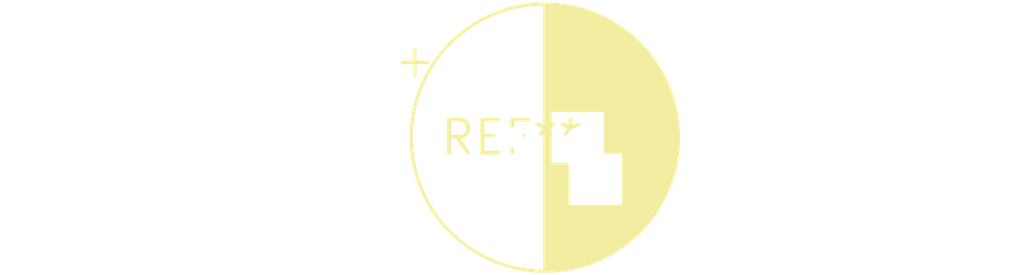
<source format=kicad_pcb>
(kicad_pcb (version 20240108) (generator pcbnew)
  (layers (0 "F.Cu" signal) (31 "B.Cu" signal) (34 "B.Paste" user) (35 "F.Paste" user) (36 "B.SilkS" user "B.Silkscreen") (37 "F.SilkS" user "F.Silkscreen") (38 "B.Mask" user) (39 "F.Mask" user) (44 "Edge.Cuts" user))
  (net 0 "")
  (footprint "CP_Radial_D10.0mm_P2.50mm_P5.00mm" (layer "F.Cu") (at 0 0)
    (property "Reference" "REF**")
    (property "Value" "CP_Radial_D10.0mm_P2.50mm_P5.00mm")
    (fp_line (start -4.229646 -2.875) (end -3.229646 -2.875) (layer "F.SilkS") (stroke (width 0.12)))
    (fp_line (start -3.729646 -3.375) (end -3.729646 -2.375) (layer "F.SilkS") (stroke (width 0.12)))
    (fp_line (start 1.25 -5.08) (end 1.25 5.08) (layer "F.SilkS") (stroke (width 0.12)))
    (fp_line (start 1.29 -5.08) (end 1.29 5.08) (layer "F.SilkS") (stroke (width 0.12)))
    (fp_line (start 1.33 -5.08) (end 1.33 5.08) (layer "F.SilkS") (stroke (width 0.12)))
    (fp_line (start 1.37 -5.079) (end 1.37 5.079) (layer "F.SilkS") (stroke (width 0.12)))
    (fp_line (start 1.41 -5.078) (end 1.41 5.078) (layer "F.SilkS") (stroke (width 0.12)))
    (fp_line (start 1.45 -5.077) (end 1.45 5.077) (layer "F.SilkS") (stroke (width 0.12)))
    (fp_line (start 1.49 -5.075) (end 1.49 -1.04) (layer "F.SilkS") (stroke (width 0.12)))
    (fp_line (start 1.49 1.04) (end 1.49 5.075) (layer "F.SilkS") (stroke (width 0.12)))
    (fp_line (start 1.53 -5.073) (end 1.53 -1.04) (layer "F.SilkS") (stroke (width 0.12)))
    (fp_line (start 1.53 1.04) (end 1.53 5.073) (layer "F.SilkS") (stroke (width 0.12)))
    (fp_line (start 1.57 -5.07) (end 1.57 -1.04) (layer "F.SilkS") (stroke (width 0.12)))
    (fp_line (start 1.57 1.04) (end 1.57 5.07) (layer "F.SilkS") (stroke (width 0.12)))
    (fp_line (start 1.61 -5.068) (end 1.61 -1.04) (layer "F.SilkS") (stroke (width 0.12)))
    (fp_line (start 1.61 1.04) (end 1.61 5.068) (layer "F.SilkS") (stroke (width 0.12)))
    (fp_line (start 1.65 -5.065) (end 1.65 -1.04) (layer "F.SilkS") (stroke (width 0.12)))
    (fp_line (start 1.65 1.04) (end 1.65 5.065) (layer "F.SilkS") (stroke (width 0.12)))
    (fp_line (start 1.69 -5.062) (end 1.69 -1.04) (layer "F.SilkS") (stroke (width 0.12)))
    (fp_line (start 1.69 1.04) (end 1.69 5.062) (layer "F.SilkS") (stroke (width 0.12)))
    (fp_line (start 1.73 -5.058) (end 1.73 -1.04) (layer "F.SilkS") (stroke (width 0.12)))
    (fp_line (start 1.73 1.04) (end 1.73 5.058) (layer "F.SilkS") (stroke (width 0.12)))
    (fp_line (start 1.77 -5.054) (end 1.77 -1.04) (layer "F.SilkS") (stroke (width 0.12)))
    (fp_line (start 1.77 1.04) (end 1.77 5.054) (layer "F.SilkS") (stroke (width 0.12)))
    (fp_line (start 1.81 -5.05) (end 1.81 -1.04) (layer "F.SilkS") (stroke (width 0.12)))
    (fp_line (start 1.81 1.04) (end 1.81 5.05) (layer "F.SilkS") (stroke (width 0.12)))
    (fp_line (start 1.85 -5.045) (end 1.85 -1.04) (layer "F.SilkS") (stroke (width 0.12)))
    (fp_line (start 1.85 1.04) (end 1.85 5.045) (layer "F.SilkS") (stroke (width 0.12)))
    (fp_line (start 1.89 -5.04) (end 1.89 -1.04) (layer "F.SilkS") (stroke (width 0.12)))
    (fp_line (start 1.89 1.04) (end 1.89 5.04) (layer "F.SilkS") (stroke (width 0.12)))
    (fp_line (start 1.93 -5.035) (end 1.93 -1.04) (layer "F.SilkS") (stroke (width 0.12)))
    (fp_line (start 1.93 1.04) (end 1.93 5.035) (layer "F.SilkS") (stroke (width 0.12)))
    (fp_line (start 1.971 -5.03) (end 1.971 -1.04) (layer "F.SilkS") (stroke (width 0.12)))
    (fp_line (start 1.971 1.04) (end 1.971 5.03) (layer "F.SilkS") (stroke (width 0.12)))
    (fp_line (start 2.011 -5.024) (end 2.011 -1.04) (layer "F.SilkS") (stroke (width 0.12)))
    (fp_line (start 2.011 1.04) (end 2.011 5.024) (layer "F.SilkS") (stroke (width 0.12)))
    (fp_line (start 2.051 -5.018) (end 2.051 -1.04) (layer "F.SilkS") (stroke (width 0.12)))
    (fp_line (start 2.051 1.04) (end 2.051 5.018) (layer "F.SilkS") (stroke (width 0.12)))
    (fp_line (start 2.091 -5.011) (end 2.091 -1.04) (layer "F.SilkS") (stroke (width 0.12)))
    (fp_line (start 2.091 1.04) (end 2.091 5.011) (layer "F.SilkS") (stroke (width 0.12)))
    (fp_line (start 2.131 -5.004) (end 2.131 -1.04) (layer "F.SilkS") (stroke (width 0.12)))
    (fp_line (start 2.131 1.04) (end 2.131 5.004) (layer "F.SilkS") (stroke (width 0.12)))
    (fp_line (start 2.171 -4.997) (end 2.171 -1.04) (layer "F.SilkS") (stroke (width 0.12)))
    (fp_line (start 2.171 2.64) (end 2.171 4.997) (layer "F.SilkS") (stroke (width 0.12)))
    (fp_line (start 2.211 -4.99) (end 2.211 -1.04) (layer "F.SilkS") (stroke (width 0.12)))
    (fp_line (start 2.211 2.64) (end 2.211 4.99) (layer "F.SilkS") (stroke (width 0.12)))
    (fp_line (start 2.251 -4.982) (end 2.251 -1.04) (layer "F.SilkS") (stroke (width 0.12)))
    (fp_line (start 2.251 2.64) (end 2.251 4.982) (layer "F.SilkS") (stroke (width 0.12)))
    (fp_line (start 2.291 -4.974) (end 2.291 -1.04) (layer "F.SilkS") (stroke (width 0.12)))
    (fp_line (start 2.291 2.64) (end 2.291 4.974) (layer "F.SilkS") (stroke (width 0.12)))
    (fp_line (start 2.331 -4.965) (end 2.331 -1.04) (layer "F.SilkS") (stroke (width 0.12)))
    (fp_line (start 2.331 2.64) (end 2.331 4.965) (layer "F.SilkS") (stroke (width 0.12)))
    (fp_line (start 2.371 -4.956) (end 2.371 -1.04) (layer "F.SilkS") (stroke (width 0.12)))
    (fp_line (start 2.371 2.64) (end 2.371 4.956) (layer "F.SilkS") (stroke (width 0.12)))
    (fp_line (start 2.411 -4.947) (end 2.411 -1.04) (layer "F.SilkS") (stroke (width 0.12)))
    (fp_line (start 2.411 2.64) (end 2.411 4.947) (layer "F.SilkS") (stroke (width 0.12)))
    (fp_line (start 2.451 -4.938) (end 2.451 -1.04) (layer "F.SilkS") (stroke (width 0.12)))
    (fp_line (start 2.451 2.64) (end 2.451 4.938) (layer "F.SilkS") (stroke (width 0.12)))
    (fp_line (start 2.491 -4.928) (end 2.491 -1.04) (layer "F.SilkS") (stroke (width 0.12)))
    (fp_line (start 2.491 2.64) (end 2.491 4.928) (layer "F.SilkS") (stroke (width 0.12)))
    (fp_line (start 2.531 -4.918) (end 2.531 -1.04) (layer "F.SilkS") (stroke (width 0.12)))
    (fp_line (start 2.531 2.64) (end 2.531 4.918) (layer "F.SilkS") (stroke (width 0.12)))
    (fp_line (start 2.571 -4.907) (end 2.571 -1.04) (layer "F.SilkS") (stroke (width 0.12)))
    (fp_line (start 2.571 2.64) (end 2.571 4.907) (layer "F.SilkS") (stroke (width 0.12)))
    (fp_line (start 2.611 -4.897) (end 2.611 -1.04) (layer "F.SilkS") (stroke (width 0.12)))
    (fp_line (start 2.611 2.64) (end 2.611 4.897) (layer "F.SilkS") (stroke (width 0.12)))
    (fp_line (start 2.651 -4.885) (end 2.651 -1.04) (layer "F.SilkS") (stroke (width 0.12)))
    (fp_line (start 2.651 2.64) (end 2.651 4.885) (layer "F.SilkS") (stroke (width 0.12)))
    (fp_line (start 2.691 -4.874) (end 2.691 -1.04) (layer "F.SilkS") (stroke (width 0.12)))
    (fp_line (start 2.691 2.64) (end 2.691 4.874) (layer "F.SilkS") (stroke (width 0.12)))
    (fp_line (start 2.731 -4.862) (end 2.731 -1.04) (layer "F.SilkS") (stroke (width 0.12)))
    (fp_line (start 2.731 2.64) (end 2.731 4.862) (layer "F.SilkS") (stroke (width 0.12)))
    (fp_line (start 2.771 -4.85) (end 2.771 -1.04) (layer "F.SilkS") (stroke (width 0.12)))
    (fp_line (start 2.771 2.64) (end 2.771 4.85) (layer "F.SilkS") (stroke (width 0.12)))
    (fp_line (start 2.811 -4.837) (end 2.811 -1.04) (layer "F.SilkS") (stroke (width 0.12)))
    (fp_line (start 2.811 2.64) (end 2.811 4.837) (layer "F.SilkS") (stroke (width 0.12)))
    (fp_line (start 2.851 -4.824) (end 2.851 -1.04) (layer "F.SilkS") (stroke (width 0.12)))
    (fp_line (start 2.851 2.64) (end 2.851 4.824) (layer "F.SilkS") (stroke (width 0.12)))
    (fp_line (start 2.891 -4.811) (end 2.891 -1.04) (layer "F.SilkS") (stroke (width 0.12)))
    (fp_line (start 2.891 2.64) (end 2.891 4.811) (layer "F.SilkS") (stroke (width 0.12)))
    (fp_line (start 2.931 -4.797) (end 2.931 -1.04) (layer "F.SilkS") (stroke (width 0.12)))
    (fp_line (start 2.931 2.64) (end 2.931 4.797) (layer "F.SilkS") (stroke (width 0.12)))
    (fp_line (start 2.971 -4.783) (end 2.971 -1.04) (layer "F.SilkS") (stroke (width 0.12)))
    (fp_line (start 2.971 2.64) (end 2.971 4.783) (layer "F.SilkS") (stroke (width 0.12)))
    (fp_line (start 3.011 -4.768) (end 3.011 -1.04) (layer "F.SilkS") (stroke (width 0.12)))
    (fp_line (start 3.011 2.64) (end 3.011 4.768) (layer "F.SilkS") (stroke (width 0.12)))
    (fp_line (start 3.051 -4.754) (end 3.051 -1.04) (layer "F.SilkS") (stroke (width 0.12)))
    (fp_line (start 3.051 2.64) (end 3.051 4.754) (layer "F.SilkS") (stroke (width 0.12)))
    (fp_line (start 3.091 -4.738) (end 3.091 -1.04) (layer "F.SilkS") (stroke (width 0.12)))
    (fp_line (start 3.091 2.64) (end 3.091 4.738) (layer "F.SilkS") (stroke (width 0.12)))
    (fp_line (start 3.131 -4.723) (end 3.131 -1.04) (layer "F.SilkS") (stroke (width 0.12)))
    (fp_line (start 3.131 2.64) (end 3.131 4.723) (layer "F.SilkS") (stroke (width 0.12)))
    (fp_line (start 3.171 -4.707) (end 3.171 -1.04) (layer "F.SilkS") (stroke (width 0.12)))
    (fp_line (start 3.171 2.64) (end 3.171 4.707) (layer "F.SilkS") (stroke (width 0.12)))
    (fp_line (start 3.211 -4.69) (end 3.211 -1.04) (layer "F.SilkS") (stroke (width 0.12)))
    (fp_line (start 3.211 2.64) (end 3.211 4.69) (layer "F.SilkS") (stroke (width 0.12)))
    (fp_line (start 3.251 -4.674) (end 3.251 -1.04) (layer "F.SilkS") (stroke (width 0.12)))
    (fp_line (start 3.251 2.64) (end 3.251 4.674) (layer "F.SilkS") (stroke (width 0.12)))
    (fp_line (start 3.291 -4.657) (end 3.291 -1.04) (layer "F.SilkS") (stroke (width 0.12)))
    (fp_line (start 3.291 2.64) (end 3.291 4.657) (layer "F.SilkS") (stroke (width 0.12)))
    (fp_line (start 3.331 -4.639) (end 3.331 -1.04) (layer "F.SilkS") (stroke (width 0.12)))
    (fp_line (start 3.331 2.64) (end 3.331 4.639) (layer "F.SilkS") (stroke (width 0.12)))
    (fp_line (start 3.371 -4.621) (end 3.371 -1.04) (layer "F.SilkS") (stroke (width 0.12)))
    (fp_line (start 3.371 2.64) (end 3.371 4.621) (layer "F.SilkS") (stroke (width 0.12)))
    (fp_line (start 3.411 -4.603) (end 3.411 -1.04) (layer "F.SilkS") (stroke (width 0.12)))
    (fp_line (start 3.411 2.64) (end 3.411 4.603) (layer "F.SilkS") (stroke (width 0.12)))
    (fp_line (start 3.451 -4.584) (end 3.451 -1.04) (layer "F.SilkS") (stroke (width 0.12)))
    (fp_line (start 3.451 2.64) (end 3.451 4.584) (layer "F.SilkS") (stroke (width 0.12)))
    (fp_line (start 3.491 -4.564) (end 3.491 -1.04) (layer "F.SilkS") (stroke (width 0.12)))
    (fp_line (start 3.491 2.64) (end 3.491 4.564) (layer "F.SilkS") (stroke (width 0.12)))
    (fp_line (start 3.531 -4.545) (end 3.531 -1.04) (layer "F.SilkS") (stroke (width 0.12)))
    (fp_line (start 3.531 2.64) (end 3.531 4.545) (layer "F.SilkS") (stroke (width 0.12)))
    (fp_line (start 3.571 -4.525) (end 3.571 0.56) (layer "F.SilkS") (stroke (width 0.12)))
    (fp_line (start 3.571 2.64) (end 3.571 4.525) (layer "F.SilkS") (stroke (width 0.12)))
    (fp_line (start 3.611 -4.504) (end 3.611 0.56) (layer "F.SilkS") (stroke (width 0.12)))
    (fp_line (start 3.611 2.64) (end 3.611 4.504) (layer "F.SilkS") (stroke (width 0.12)))
    (fp_line (start 3.651 -4.483) (end 3.651 0.56) (layer "F.SilkS") (stroke (width 0.12)))
    (fp_line (start 3.651 2.64) (end 3.651 4.483) (layer "F.SilkS") (stroke (width 0.12)))
    (fp_line (start 3.691 -4.462) (end 3.691 0.56) (layer "F.SilkS") (stroke (width 0.12)))
    (fp_line (start 3.691 2.64) (end 3.691 4.462) (layer "F.SilkS") (stroke (width 0.12)))
    (fp_line (start 3.731 -4.44) (end 3.731 0.56) (layer "F.SilkS") (stroke (width 0.12)))
    (fp_line (start 3.731 2.64) (end 3.731 4.44) (layer "F.SilkS") (stroke (width 0.12)))
    (fp_line (start 3.771 -4.417) (end 3.771 0.56) (layer "F.SilkS") (stroke (width 0.12)))
    (fp_line (start 3.771 2.64) (end 3.771 4.417) (layer "F.SilkS") (stroke (width 0.12)))
    (fp_line (start 3.811 -4.395) (end 3.811 0.56) (layer "F.SilkS") (stroke (width 0.12)))
    (fp_line (start 3.811 2.64) (end 3.811 4.395) (layer "F.SilkS") (stroke (width 0.12)))
    (fp_line (start 3.851 -4.371) (end 3.851 0.56) (layer "F.SilkS") (stroke (width 0.12)))
    (fp_line (start 3.851 2.64) (end 3.851 4.371) (layer "F.SilkS") (stroke (width 0.12)))
    (fp_line (start 3.891 -4.347) (end 3.891 0.56) (layer "F.SilkS") (stroke (width 0.12)))
    (fp_line (start 3.891 2.64) (end 3.891 4.347) (layer "F.SilkS") (stroke (width 0.12)))
    (fp_line (start 3.931 -4.323) (end 3.931 0.56) (layer "F.SilkS") (stroke (width 0.12)))
    (fp_line (start 3.931 2.64) (end 3.931 4.323) (layer "F.SilkS") (stroke (width 0.12)))
    (fp_line (start 3.971 -4.298) (end 3.971 0.56) (layer "F.SilkS") (stroke (width 0.12)))
    (fp_line (start 3.971 2.64) (end 3.971 4.298) (layer "F.SilkS") (stroke (width 0.12)))
    (fp_line (start 4.011 -4.273) (end 4.011 0.56) (layer "F.SilkS") (stroke (width 0.12)))
    (fp_line (start 4.011 2.64) (end 4.011 4.273) (layer "F.SilkS") (stroke (width 0.12)))
    (fp_line (start 4.051 -4.247) (end 4.051 0.56) (layer "F.SilkS") (stroke (width 0.12)))
    (fp_line (start 4.051 2.64) (end 4.051 4.247) (layer "F.SilkS") (stroke (width 0.12)))
    (fp_line (start 4.091 -4.221) (end 4.091 0.56) (layer "F.SilkS") (stroke (width 0.12)))
    (fp_line (start 4.091 2.64) (end 4.091 4.221) (layer "F.SilkS") (stroke (width 0.12)))
    (fp_line (start 4.131 -4.194) (end 4.131 0.56) (layer "F.SilkS") (stroke (width 0.12)))
    (fp_line (start 4.131 2.64) (end 4.131 4.194) (layer "F.SilkS") (stroke (width 0.12)))
    (fp_line (start 4.171 -4.166) (end 4.171 0.56) (layer "F.SilkS") (stroke (width 0.12)))
    (fp_line (start 4.171 2.64) (end 4.171 4.166) (layer "F.SilkS") (stroke (width 0.12)))
    (fp_line (start 4.211 -4.138) (end 4.211 0.56) (layer "F.SilkS") (stroke (width 0.12)))
    (fp_line (start 4.211 2.64) (end 4.211 4.138) (layer "F.SilkS") (stroke (width 0.12)))
    (fp_line (start 4.251 -4.11) (end 4.251 4.11) (layer "F.SilkS") (stroke (width 0.12)))
    (fp_line (start 4.291 -4.08) (end 4.291 4.08) (layer "F.SilkS") (stroke (width 0.12)))
    (fp_line (start 4.331 -4.05) (end 4.331 4.05) (layer "F.SilkS") (stroke (width 0.12)))
    (fp_line (start 4.371 -4.02) (end 4.371 4.02) (layer "F.SilkS") (stroke (width 0.12)))
    (fp_line (start 4.411 -3.989) (end 4.411 3.989) (layer "F.SilkS") (stroke (width 0.12)))
    (fp_line (start 4.451 -3.957) (end 4.451 3.957) (layer "F.SilkS") (stroke (width 0.12)))
    (fp_line (start 4.491 -3.925) (end 4.491 3.925) (layer "F.SilkS") (stroke (width 0.12)))
    (fp_line (start 4.531 -3.892) (end 4.531 3.892) (layer "F.SilkS") (stroke (width 0.12)))
    (fp_line (start 4.571 -3.858) (end 4.571 3.858) (layer "F.SilkS") (stroke (width 0.12)))
    (fp_line (start 4.611 -3.824) (end 4.611 3.824) (layer "F.SilkS") (stroke (width 0.12)))
    (fp_line (start 4.651 -3.789) (end 4.651 3.789) (layer "F.SilkS") (stroke (width 0.12)))
    (fp_line (start 4.691 -3.753) (end 4.691 3.753) (layer "F.SilkS") (stroke (width 0.12)))
    (fp_line (start 4.731 -3.716) (end 4.731 3.716) (layer "F.SilkS") (stroke (width 0.12)))
    (fp_line (start 4.771 -3.679) (end 4.771 3.679) (layer "F.SilkS") (stroke (width 0.12)))
    (fp_line (start 4.811 -3.64) (end 4.811 3.64) (layer "F.SilkS") (stroke (width 0.12)))
    (fp_line (start 4.851 -3.601) (end 4.851 3.601) (layer "F.SilkS") (stroke (width 0.12)))
    (fp_line (start 4.891 -3.561) (end 4.891 3.561) (layer "F.SilkS") (stroke (width 0.12)))
    (fp_line (start 4.931 -3.52) (end 4.931 3.52) (layer "F.SilkS") (stroke (width 0.12)))
    (fp_line (start 4.971 -3.478) (end 4.971 3.478) (layer "F.SilkS") (stroke (width 0.12)))
    (fp_line (start 5.011 -3.436) (end 5.011 3.436) (layer "F.SilkS") (stroke (width 0.12)))
    (fp_line (start 5.051 -3.392) (end 5.051 3.392) (layer "F.SilkS") (stroke (width 0.12)))
    (fp_line (start 5.091 -3.347) (end 5.091 3.347) (layer "F.SilkS") (stroke (width 0.12)))
    (fp_line (start 5.131 -3.301) (end 5.131 3.301) (layer "F.SilkS") (stroke (width 0.12)))
    (fp_line (start 5.171 -3.254) (end 5.171 3.254) (layer "F.SilkS") (stroke (width 0.12)))
    (fp_line (start 5.211 -3.206) (end 5.211 3.206) (layer "F.SilkS") (stroke (width 0.12)))
    (fp_line (start 5.251 -3.156) (end 5.251 3.156) (layer "F.SilkS") (stroke (width 0.12)))
    (fp_line (start 5.291 -3.106) (end 5.291 3.106) (layer "F.SilkS") (stroke (width 0.12)))
    (fp_line (start 5.331 -3.054) (end 5.331 3.054) (layer "F.SilkS") (stroke (width 0.12)))
    (fp_line (start 5.371 -3) (end 5.371 3) (layer "F.SilkS") (stroke (width 0.12)))
    (fp_line (start 5.411 -2.945) (end 5.411 2.945) (layer "F.SilkS") (stroke (width 0.12)))
    (fp_line (start 5.451 -2.889) (end 5.451 2.889) (layer "F.SilkS") (stroke (width 0.12)))
    (fp_line (start 5.491 -2.83) (end 5.491 2.83) (layer "F.SilkS") (stroke (width 0.12)))
    (fp_line (start 5.531 -2.77) (end 5.531 2.77) (layer "F.SilkS") (stroke (width 0.12)))
    (fp_line (start 5.571 -2.709) (end 5.571 2.709) (layer "F.SilkS") (stroke (width 0.12)))
    (fp_line (start 5.611 -2.645) (end 5.611 2.645) (layer "F.SilkS") (stroke (width 0.12)))
    (fp_line (start 5.651 -2.579) (end 5.651 2.579) (layer "F.SilkS") (stroke (width 0.12)))
    (fp_line (start 5.691 -2.51) (end 5.691 2.51) (layer "F.SilkS") (stroke (width 0.12)))
    (fp_line (start 5.731 -2.439) (end 5.731 2.439) (layer "F.SilkS") (stroke (width 0.12)))
    (fp_line (start 5.771 -2.365) (end 5.771 2.365) (layer "F.SilkS") (stroke (width 0.12)))
    (fp_line (start 5.811 -2.289) (end 5.811 2.289) (layer "F.SilkS") (stroke (width 0.12)))
    (fp_line (start 5.851 -2.209) (end 5.851 2.209) (layer "F.SilkS") (stroke (width 0.12)))
    (fp_line (start 5.891 -2.125) (end 5.891 2.125) (layer "F.SilkS") (stroke (width 0.12)))
    (fp_line (start 5.931 -2.037) (end 5.931 2.037) (layer "F.SilkS") (stroke (width 0.12)))
    (fp_line (start 5.971 -1.944) (end 5.971 1.944) (layer "F.SilkS") (stroke (width 0.12)))
    (fp_line (start 6.011 -1.846) (end 6.011 1.846) (layer "F.SilkS") (stroke (width 0.12)))
    (fp_line (start 6.051 -1.742) (end 6.051 1.742) (layer "F.SilkS") (stroke (width 0.12)))
    (fp_line (start 6.091 -1.63) (end 6.091 1.63) (layer "F.SilkS") (stroke (width 0.12)))
    (fp_line (start 6.131 -1.51) (end 6.131 1.51) (layer "F.SilkS") (stroke (width 0.12)))
    (fp_line (start 6.171 -1.378) (end 6.171 1.378) (layer "F.SilkS") (stroke (width 0.12)))
    (fp_line (start 6.211 -1.23) (end 6.211 1.23) (layer "F.SilkS") (stroke (width 0.12)))
    (fp_line (start 6.251 -1.062) (end 6.251 1.062) (layer "F.SilkS") (stroke (width 0.12)))
    (fp_line (start 6.291 -0.862) (end 6.291 0.862) (layer "F.SilkS") (stroke (width 0.12)))
    (fp_line (start 6.331 -0.599) (end 6.331 0.599) (layer "F.SilkS") (stroke (width 0.12)))
    (fp_circle (center 1.25 0) (end 6.37 0) (layer "F.SilkS") (stroke (width 0.12)) (fill none))
    (pad "1" thru_hole rect (at -0.670937 -1.6) (size 1.6 1.6) (drill 0.8) (layers *.Cu *.Mask) (remove_unused_layers))
    (pad "1" thru_hole rect (at 0 0) (size 1.6 1.6) (drill 0.8) (layers *.Cu *.Mask) (remove_unused_layers))
    (pad "2" thru_hole circle (at 2.5 0) (size 1.6 1.6) (drill 0.8) (layers *.Cu *.Mask) (remove_unused_layers))
    (pad "2" thru_hole circle (at 3.170937 1.6) (size 1.6 1.6) (drill 0.8) (layers *.Cu *.Mask) (remove_unused_layers))
  )
)
</source>
